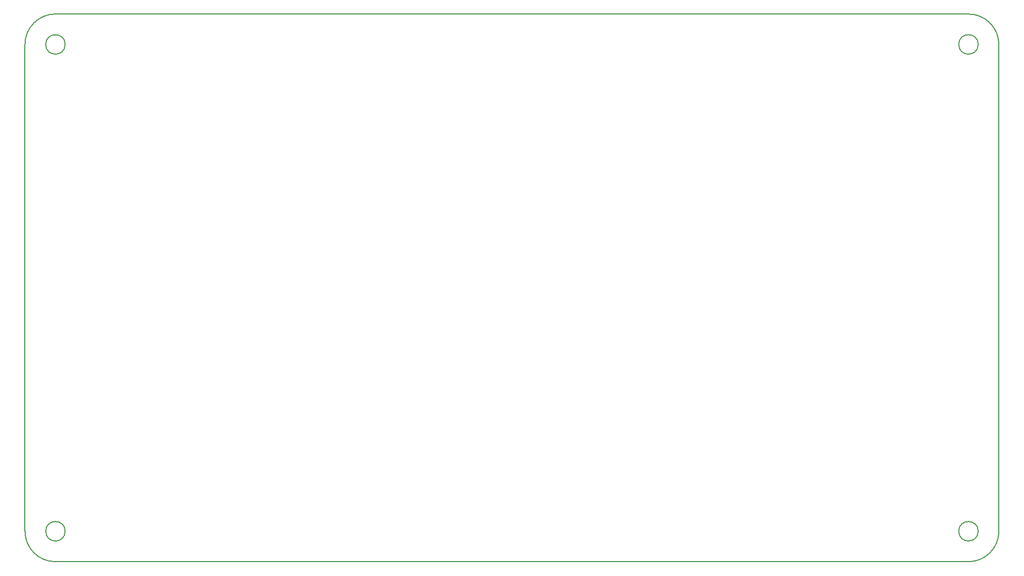
<source format=gbr>
%TF.GenerationSoftware,KiCad,Pcbnew,(5.1.8)-1*%
%TF.CreationDate,2021-10-05T14:24:12+02:00*%
%TF.ProjectId,WPP Control box,57505020-436f-46e7-9472-6f6c20626f78,rev?*%
%TF.SameCoordinates,Original*%
%TF.FileFunction,Profile,NP*%
%FSLAX46Y46*%
G04 Gerber Fmt 4.6, Leading zero omitted, Abs format (unit mm)*
G04 Created by KiCad (PCBNEW (5.1.8)-1) date 2021-10-05 14:24:12*
%MOMM*%
%LPD*%
G01*
G04 APERTURE LIST*
%TA.AperFunction,Profile*%
%ADD10C,0.200000*%
%TD*%
G04 APERTURE END LIST*
D10*
X196012000Y-30184000D02*
X46012000Y-30184000D01*
X197612000Y-35184000D02*
G75*
G03*
X197612000Y-35184000I-1600000J0D01*
G01*
X47612001Y-35184000D02*
G75*
G03*
X47612001Y-35184000I-1600001J0D01*
G01*
X201012000Y-115184000D02*
X201012000Y-35184000D01*
X41012000Y-35184000D02*
X41012000Y-115184000D01*
X197612000Y-115184000D02*
G75*
G03*
X197612000Y-115184000I-1600000J0D01*
G01*
X196012000Y-30184001D02*
G75*
G02*
X201012000Y-35184000I1J-4999999D01*
G01*
X47612001Y-115184000D02*
G75*
G03*
X47612001Y-115184000I-1600001J0D01*
G01*
X201012001Y-115184000D02*
G75*
G02*
X196012000Y-120184000I-5000001J1D01*
G01*
X46012000Y-120184000D02*
X196012000Y-120184000D01*
X46012000Y-120184000D02*
G75*
G02*
X41012000Y-115184000I0J5000000D01*
G01*
X41012000Y-35184000D02*
G75*
G02*
X46012000Y-30184000I5000000J0D01*
G01*
M02*

</source>
